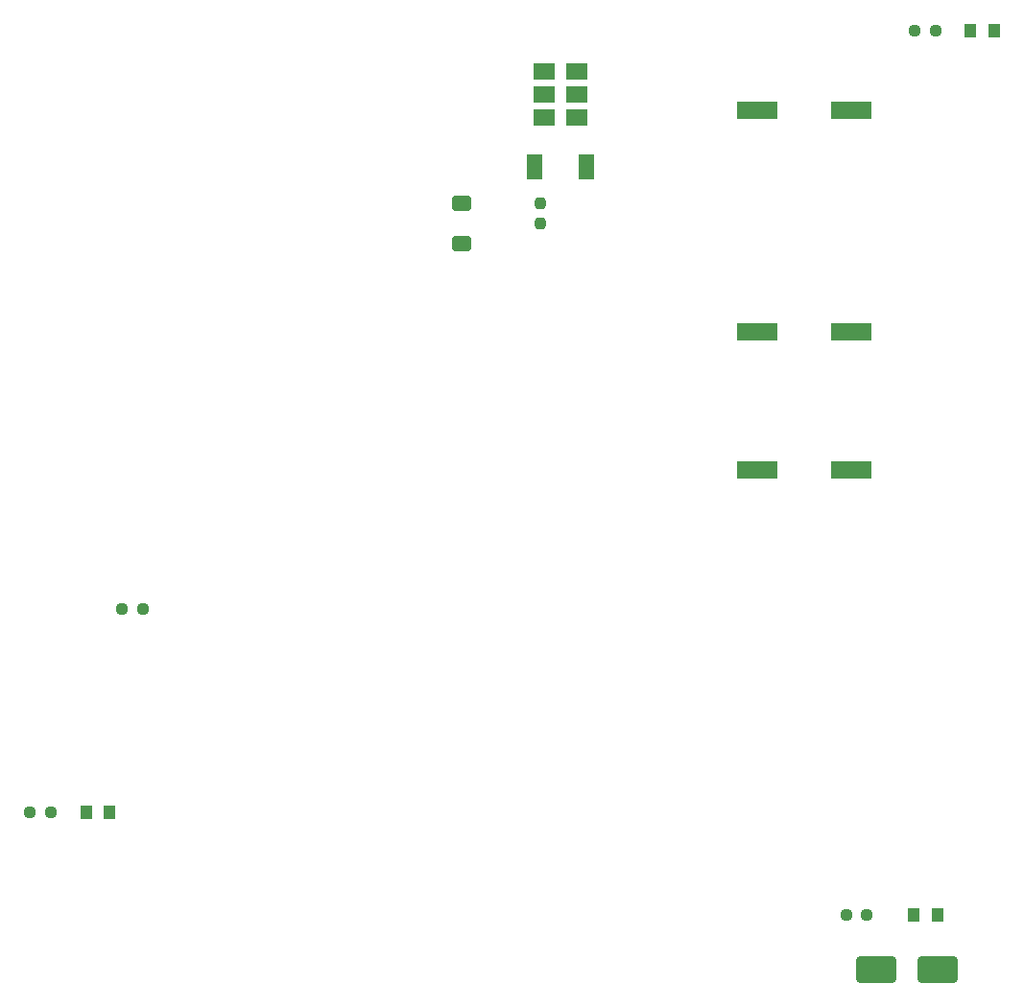
<source format=gtp>
%TF.GenerationSoftware,KiCad,Pcbnew,8.0.4*%
%TF.CreationDate,2025-01-10T12:27:39-08:00*%
%TF.ProjectId,X17-Power-Slab-Master,5831372d-506f-4776-9572-2d536c61622d,rev?*%
%TF.SameCoordinates,Original*%
%TF.FileFunction,Paste,Top*%
%TF.FilePolarity,Positive*%
%FSLAX46Y46*%
G04 Gerber Fmt 4.6, Leading zero omitted, Abs format (unit mm)*
G04 Created by KiCad (PCBNEW 8.0.4) date 2025-01-10 12:27:39*
%MOMM*%
%LPD*%
G01*
G04 APERTURE LIST*
G04 Aperture macros list*
%AMRoundRect*
0 Rectangle with rounded corners*
0 $1 Rounding radius*
0 $2 $3 $4 $5 $6 $7 $8 $9 X,Y pos of 4 corners*
0 Add a 4 corners polygon primitive as box body*
4,1,4,$2,$3,$4,$5,$6,$7,$8,$9,$2,$3,0*
0 Add four circle primitives for the rounded corners*
1,1,$1+$1,$2,$3*
1,1,$1+$1,$4,$5*
1,1,$1+$1,$6,$7*
1,1,$1+$1,$8,$9*
0 Add four rect primitives between the rounded corners*
20,1,$1+$1,$2,$3,$4,$5,0*
20,1,$1+$1,$4,$5,$6,$7,0*
20,1,$1+$1,$6,$7,$8,$9,0*
20,1,$1+$1,$8,$9,$2,$3,0*%
G04 Aperture macros list end*
%ADD10C,0.010000*%
%ADD11RoundRect,0.250000X-1.500000X-0.900000X1.500000X-0.900000X1.500000X0.900000X-1.500000X0.900000X0*%
%ADD12RoundRect,0.237500X-0.250000X-0.237500X0.250000X-0.237500X0.250000X0.237500X-0.250000X0.237500X0*%
%ADD13R,1.100000X1.200000*%
%ADD14RoundRect,0.237500X0.237500X-0.250000X0.237500X0.250000X-0.237500X0.250000X-0.237500X-0.250000X0*%
%ADD15R,3.606800X1.498600*%
%ADD16RoundRect,0.250000X-0.600000X0.400000X-0.600000X-0.400000X0.600000X-0.400000X0.600000X0.400000X0*%
%ADD17R,1.400000X2.290000*%
G04 APERTURE END LIST*
D10*
%TO.C,Q2*%
X119170000Y-51170000D02*
X117410000Y-51170000D01*
X117410000Y-49840000D01*
X119170000Y-49840000D01*
X119170000Y-51170000D01*
G36*
X119170000Y-51170000D02*
G01*
X117410000Y-51170000D01*
X117410000Y-49840000D01*
X119170000Y-49840000D01*
X119170000Y-51170000D01*
G37*
X119170000Y-53230000D02*
X117410000Y-53230000D01*
X117410000Y-51900000D01*
X119170000Y-51900000D01*
X119170000Y-53230000D01*
G36*
X119170000Y-53230000D02*
G01*
X117410000Y-53230000D01*
X117410000Y-51900000D01*
X119170000Y-51900000D01*
X119170000Y-53230000D01*
G37*
X119170000Y-55290000D02*
X117410000Y-55290000D01*
X117410000Y-53960000D01*
X119170000Y-53960000D01*
X119170000Y-55290000D01*
G36*
X119170000Y-55290000D02*
G01*
X117410000Y-55290000D01*
X117410000Y-53960000D01*
X119170000Y-53960000D01*
X119170000Y-55290000D01*
G37*
X122020000Y-51170000D02*
X120260000Y-51170000D01*
X120260000Y-49840000D01*
X122020000Y-49840000D01*
X122020000Y-51170000D01*
G36*
X122020000Y-51170000D02*
G01*
X120260000Y-51170000D01*
X120260000Y-49840000D01*
X122020000Y-49840000D01*
X122020000Y-51170000D01*
G37*
X122020000Y-53230000D02*
X120260000Y-53230000D01*
X120260000Y-51900000D01*
X122020000Y-51900000D01*
X122020000Y-53230000D01*
G36*
X122020000Y-53230000D02*
G01*
X120260000Y-53230000D01*
X120260000Y-51900000D01*
X122020000Y-51900000D01*
X122020000Y-53230000D01*
G37*
X122020000Y-55290000D02*
X120260000Y-55290000D01*
X120260000Y-53960000D01*
X122020000Y-53960000D01*
X122020000Y-55290000D01*
G36*
X122020000Y-55290000D02*
G01*
X120260000Y-55290000D01*
X120260000Y-53960000D01*
X122020000Y-53960000D01*
X122020000Y-55290000D01*
G37*
%TD*%
D11*
%TO.C,D5*%
X147600000Y-129900000D03*
X153000000Y-129900000D03*
%TD*%
D12*
%TO.C,R5*%
X81087500Y-98000000D03*
X82912500Y-98000000D03*
%TD*%
D13*
%TO.C,D2*%
X158000000Y-47000000D03*
X155900000Y-47000000D03*
%TD*%
D12*
%TO.C,R4*%
X72950000Y-116000000D03*
X74775000Y-116000000D03*
%TD*%
D14*
%TO.C,R1*%
X118000000Y-64000000D03*
X118000000Y-62175000D03*
%TD*%
D12*
%TO.C,R2*%
X151037500Y-47000000D03*
X152862500Y-47000000D03*
%TD*%
%TO.C,R3*%
X144950000Y-125000000D03*
X146775000Y-125000000D03*
%TD*%
D15*
%TO.C,C5*%
X145440000Y-54000000D03*
X137134200Y-54000000D03*
%TD*%
%TO.C,C6*%
X145440000Y-85730000D03*
X137134200Y-85730000D03*
%TD*%
D16*
%TO.C,D1*%
X111000000Y-62250000D03*
X111000000Y-65750000D03*
%TD*%
D13*
%TO.C,D4*%
X80000000Y-116000000D03*
X77900000Y-116000000D03*
%TD*%
%TO.C,D3*%
X153050000Y-125000000D03*
X150950000Y-125000000D03*
%TD*%
D15*
%TO.C,C7*%
X145440000Y-73579400D03*
X137134200Y-73579400D03*
%TD*%
D17*
%TO.C,Q2*%
X117430000Y-59000000D03*
X122000000Y-59000000D03*
%TD*%
M02*

</source>
